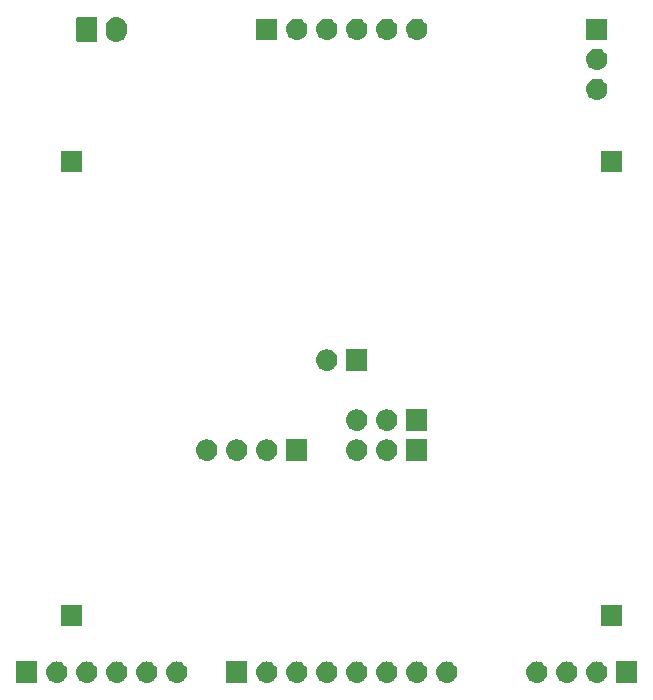
<source format=gbr>
G04 #@! TF.GenerationSoftware,KiCad,Pcbnew,(5.1.4-0-10_14)*
G04 #@! TF.CreationDate,2022-11-21T22:36:57+09:00*
G04 #@! TF.ProjectId,NX19,4e583139-2e6b-4696-9361-645f70636258,rev?*
G04 #@! TF.SameCoordinates,Original*
G04 #@! TF.FileFunction,Soldermask,Top*
G04 #@! TF.FilePolarity,Negative*
%FSLAX46Y46*%
G04 Gerber Fmt 4.6, Leading zero omitted, Abs format (unit mm)*
G04 Created by KiCad (PCBNEW (5.1.4-0-10_14)) date 2022-11-21 22:36:57*
%MOMM*%
%LPD*%
G04 APERTURE LIST*
%ADD10C,0.100000*%
G04 APERTURE END LIST*
D10*
G36*
X168795000Y-121361000D02*
G01*
X166993000Y-121361000D01*
X166993000Y-119559000D01*
X168795000Y-119559000D01*
X168795000Y-121361000D01*
X168795000Y-121361000D01*
G37*
G36*
X165464442Y-119565518D02*
G01*
X165530627Y-119572037D01*
X165700466Y-119623557D01*
X165856991Y-119707222D01*
X165892729Y-119736552D01*
X165994186Y-119819814D01*
X166077448Y-119921271D01*
X166106778Y-119957009D01*
X166190443Y-120113534D01*
X166241963Y-120283373D01*
X166259359Y-120460000D01*
X166241963Y-120636627D01*
X166190443Y-120806466D01*
X166106778Y-120962991D01*
X166077448Y-120998729D01*
X165994186Y-121100186D01*
X165892729Y-121183448D01*
X165856991Y-121212778D01*
X165700466Y-121296443D01*
X165530627Y-121347963D01*
X165464442Y-121354482D01*
X165398260Y-121361000D01*
X165309740Y-121361000D01*
X165243558Y-121354482D01*
X165177373Y-121347963D01*
X165007534Y-121296443D01*
X164851009Y-121212778D01*
X164815271Y-121183448D01*
X164713814Y-121100186D01*
X164630552Y-120998729D01*
X164601222Y-120962991D01*
X164517557Y-120806466D01*
X164466037Y-120636627D01*
X164448641Y-120460000D01*
X164466037Y-120283373D01*
X164517557Y-120113534D01*
X164601222Y-119957009D01*
X164630552Y-119921271D01*
X164713814Y-119819814D01*
X164815271Y-119736552D01*
X164851009Y-119707222D01*
X165007534Y-119623557D01*
X165177373Y-119572037D01*
X165243558Y-119565518D01*
X165309740Y-119559000D01*
X165398260Y-119559000D01*
X165464442Y-119565518D01*
X165464442Y-119565518D01*
G37*
G36*
X162924442Y-119565518D02*
G01*
X162990627Y-119572037D01*
X163160466Y-119623557D01*
X163316991Y-119707222D01*
X163352729Y-119736552D01*
X163454186Y-119819814D01*
X163537448Y-119921271D01*
X163566778Y-119957009D01*
X163650443Y-120113534D01*
X163701963Y-120283373D01*
X163719359Y-120460000D01*
X163701963Y-120636627D01*
X163650443Y-120806466D01*
X163566778Y-120962991D01*
X163537448Y-120998729D01*
X163454186Y-121100186D01*
X163352729Y-121183448D01*
X163316991Y-121212778D01*
X163160466Y-121296443D01*
X162990627Y-121347963D01*
X162924442Y-121354482D01*
X162858260Y-121361000D01*
X162769740Y-121361000D01*
X162703558Y-121354482D01*
X162637373Y-121347963D01*
X162467534Y-121296443D01*
X162311009Y-121212778D01*
X162275271Y-121183448D01*
X162173814Y-121100186D01*
X162090552Y-120998729D01*
X162061222Y-120962991D01*
X161977557Y-120806466D01*
X161926037Y-120636627D01*
X161908641Y-120460000D01*
X161926037Y-120283373D01*
X161977557Y-120113534D01*
X162061222Y-119957009D01*
X162090552Y-119921271D01*
X162173814Y-119819814D01*
X162275271Y-119736552D01*
X162311009Y-119707222D01*
X162467534Y-119623557D01*
X162637373Y-119572037D01*
X162703558Y-119565518D01*
X162769740Y-119559000D01*
X162858260Y-119559000D01*
X162924442Y-119565518D01*
X162924442Y-119565518D01*
G37*
G36*
X160384442Y-119565518D02*
G01*
X160450627Y-119572037D01*
X160620466Y-119623557D01*
X160776991Y-119707222D01*
X160812729Y-119736552D01*
X160914186Y-119819814D01*
X160997448Y-119921271D01*
X161026778Y-119957009D01*
X161110443Y-120113534D01*
X161161963Y-120283373D01*
X161179359Y-120460000D01*
X161161963Y-120636627D01*
X161110443Y-120806466D01*
X161026778Y-120962991D01*
X160997448Y-120998729D01*
X160914186Y-121100186D01*
X160812729Y-121183448D01*
X160776991Y-121212778D01*
X160620466Y-121296443D01*
X160450627Y-121347963D01*
X160384442Y-121354482D01*
X160318260Y-121361000D01*
X160229740Y-121361000D01*
X160163558Y-121354482D01*
X160097373Y-121347963D01*
X159927534Y-121296443D01*
X159771009Y-121212778D01*
X159735271Y-121183448D01*
X159633814Y-121100186D01*
X159550552Y-120998729D01*
X159521222Y-120962991D01*
X159437557Y-120806466D01*
X159386037Y-120636627D01*
X159368641Y-120460000D01*
X159386037Y-120283373D01*
X159437557Y-120113534D01*
X159521222Y-119957009D01*
X159550552Y-119921271D01*
X159633814Y-119819814D01*
X159735271Y-119736552D01*
X159771009Y-119707222D01*
X159927534Y-119623557D01*
X160097373Y-119572037D01*
X160163558Y-119565518D01*
X160229740Y-119559000D01*
X160318260Y-119559000D01*
X160384442Y-119565518D01*
X160384442Y-119565518D01*
G37*
G36*
X152764442Y-119565518D02*
G01*
X152830627Y-119572037D01*
X153000466Y-119623557D01*
X153156991Y-119707222D01*
X153192729Y-119736552D01*
X153294186Y-119819814D01*
X153377448Y-119921271D01*
X153406778Y-119957009D01*
X153490443Y-120113534D01*
X153541963Y-120283373D01*
X153559359Y-120460000D01*
X153541963Y-120636627D01*
X153490443Y-120806466D01*
X153406778Y-120962991D01*
X153377448Y-120998729D01*
X153294186Y-121100186D01*
X153192729Y-121183448D01*
X153156991Y-121212778D01*
X153000466Y-121296443D01*
X152830627Y-121347963D01*
X152764442Y-121354482D01*
X152698260Y-121361000D01*
X152609740Y-121361000D01*
X152543558Y-121354482D01*
X152477373Y-121347963D01*
X152307534Y-121296443D01*
X152151009Y-121212778D01*
X152115271Y-121183448D01*
X152013814Y-121100186D01*
X151930552Y-120998729D01*
X151901222Y-120962991D01*
X151817557Y-120806466D01*
X151766037Y-120636627D01*
X151748641Y-120460000D01*
X151766037Y-120283373D01*
X151817557Y-120113534D01*
X151901222Y-119957009D01*
X151930552Y-119921271D01*
X152013814Y-119819814D01*
X152115271Y-119736552D01*
X152151009Y-119707222D01*
X152307534Y-119623557D01*
X152477373Y-119572037D01*
X152543558Y-119565518D01*
X152609740Y-119559000D01*
X152698260Y-119559000D01*
X152764442Y-119565518D01*
X152764442Y-119565518D01*
G37*
G36*
X150224442Y-119565518D02*
G01*
X150290627Y-119572037D01*
X150460466Y-119623557D01*
X150616991Y-119707222D01*
X150652729Y-119736552D01*
X150754186Y-119819814D01*
X150837448Y-119921271D01*
X150866778Y-119957009D01*
X150950443Y-120113534D01*
X151001963Y-120283373D01*
X151019359Y-120460000D01*
X151001963Y-120636627D01*
X150950443Y-120806466D01*
X150866778Y-120962991D01*
X150837448Y-120998729D01*
X150754186Y-121100186D01*
X150652729Y-121183448D01*
X150616991Y-121212778D01*
X150460466Y-121296443D01*
X150290627Y-121347963D01*
X150224442Y-121354482D01*
X150158260Y-121361000D01*
X150069740Y-121361000D01*
X150003558Y-121354482D01*
X149937373Y-121347963D01*
X149767534Y-121296443D01*
X149611009Y-121212778D01*
X149575271Y-121183448D01*
X149473814Y-121100186D01*
X149390552Y-120998729D01*
X149361222Y-120962991D01*
X149277557Y-120806466D01*
X149226037Y-120636627D01*
X149208641Y-120460000D01*
X149226037Y-120283373D01*
X149277557Y-120113534D01*
X149361222Y-119957009D01*
X149390552Y-119921271D01*
X149473814Y-119819814D01*
X149575271Y-119736552D01*
X149611009Y-119707222D01*
X149767534Y-119623557D01*
X149937373Y-119572037D01*
X150003558Y-119565518D01*
X150069740Y-119559000D01*
X150158260Y-119559000D01*
X150224442Y-119565518D01*
X150224442Y-119565518D01*
G37*
G36*
X147684442Y-119565518D02*
G01*
X147750627Y-119572037D01*
X147920466Y-119623557D01*
X148076991Y-119707222D01*
X148112729Y-119736552D01*
X148214186Y-119819814D01*
X148297448Y-119921271D01*
X148326778Y-119957009D01*
X148410443Y-120113534D01*
X148461963Y-120283373D01*
X148479359Y-120460000D01*
X148461963Y-120636627D01*
X148410443Y-120806466D01*
X148326778Y-120962991D01*
X148297448Y-120998729D01*
X148214186Y-121100186D01*
X148112729Y-121183448D01*
X148076991Y-121212778D01*
X147920466Y-121296443D01*
X147750627Y-121347963D01*
X147684442Y-121354482D01*
X147618260Y-121361000D01*
X147529740Y-121361000D01*
X147463558Y-121354482D01*
X147397373Y-121347963D01*
X147227534Y-121296443D01*
X147071009Y-121212778D01*
X147035271Y-121183448D01*
X146933814Y-121100186D01*
X146850552Y-120998729D01*
X146821222Y-120962991D01*
X146737557Y-120806466D01*
X146686037Y-120636627D01*
X146668641Y-120460000D01*
X146686037Y-120283373D01*
X146737557Y-120113534D01*
X146821222Y-119957009D01*
X146850552Y-119921271D01*
X146933814Y-119819814D01*
X147035271Y-119736552D01*
X147071009Y-119707222D01*
X147227534Y-119623557D01*
X147397373Y-119572037D01*
X147463558Y-119565518D01*
X147529740Y-119559000D01*
X147618260Y-119559000D01*
X147684442Y-119565518D01*
X147684442Y-119565518D01*
G37*
G36*
X145144442Y-119565518D02*
G01*
X145210627Y-119572037D01*
X145380466Y-119623557D01*
X145536991Y-119707222D01*
X145572729Y-119736552D01*
X145674186Y-119819814D01*
X145757448Y-119921271D01*
X145786778Y-119957009D01*
X145870443Y-120113534D01*
X145921963Y-120283373D01*
X145939359Y-120460000D01*
X145921963Y-120636627D01*
X145870443Y-120806466D01*
X145786778Y-120962991D01*
X145757448Y-120998729D01*
X145674186Y-121100186D01*
X145572729Y-121183448D01*
X145536991Y-121212778D01*
X145380466Y-121296443D01*
X145210627Y-121347963D01*
X145144442Y-121354482D01*
X145078260Y-121361000D01*
X144989740Y-121361000D01*
X144923558Y-121354482D01*
X144857373Y-121347963D01*
X144687534Y-121296443D01*
X144531009Y-121212778D01*
X144495271Y-121183448D01*
X144393814Y-121100186D01*
X144310552Y-120998729D01*
X144281222Y-120962991D01*
X144197557Y-120806466D01*
X144146037Y-120636627D01*
X144128641Y-120460000D01*
X144146037Y-120283373D01*
X144197557Y-120113534D01*
X144281222Y-119957009D01*
X144310552Y-119921271D01*
X144393814Y-119819814D01*
X144495271Y-119736552D01*
X144531009Y-119707222D01*
X144687534Y-119623557D01*
X144857373Y-119572037D01*
X144923558Y-119565518D01*
X144989740Y-119559000D01*
X145078260Y-119559000D01*
X145144442Y-119565518D01*
X145144442Y-119565518D01*
G37*
G36*
X142604442Y-119565518D02*
G01*
X142670627Y-119572037D01*
X142840466Y-119623557D01*
X142996991Y-119707222D01*
X143032729Y-119736552D01*
X143134186Y-119819814D01*
X143217448Y-119921271D01*
X143246778Y-119957009D01*
X143330443Y-120113534D01*
X143381963Y-120283373D01*
X143399359Y-120460000D01*
X143381963Y-120636627D01*
X143330443Y-120806466D01*
X143246778Y-120962991D01*
X143217448Y-120998729D01*
X143134186Y-121100186D01*
X143032729Y-121183448D01*
X142996991Y-121212778D01*
X142840466Y-121296443D01*
X142670627Y-121347963D01*
X142604442Y-121354482D01*
X142538260Y-121361000D01*
X142449740Y-121361000D01*
X142383558Y-121354482D01*
X142317373Y-121347963D01*
X142147534Y-121296443D01*
X141991009Y-121212778D01*
X141955271Y-121183448D01*
X141853814Y-121100186D01*
X141770552Y-120998729D01*
X141741222Y-120962991D01*
X141657557Y-120806466D01*
X141606037Y-120636627D01*
X141588641Y-120460000D01*
X141606037Y-120283373D01*
X141657557Y-120113534D01*
X141741222Y-119957009D01*
X141770552Y-119921271D01*
X141853814Y-119819814D01*
X141955271Y-119736552D01*
X141991009Y-119707222D01*
X142147534Y-119623557D01*
X142317373Y-119572037D01*
X142383558Y-119565518D01*
X142449740Y-119559000D01*
X142538260Y-119559000D01*
X142604442Y-119565518D01*
X142604442Y-119565518D01*
G37*
G36*
X140064442Y-119565518D02*
G01*
X140130627Y-119572037D01*
X140300466Y-119623557D01*
X140456991Y-119707222D01*
X140492729Y-119736552D01*
X140594186Y-119819814D01*
X140677448Y-119921271D01*
X140706778Y-119957009D01*
X140790443Y-120113534D01*
X140841963Y-120283373D01*
X140859359Y-120460000D01*
X140841963Y-120636627D01*
X140790443Y-120806466D01*
X140706778Y-120962991D01*
X140677448Y-120998729D01*
X140594186Y-121100186D01*
X140492729Y-121183448D01*
X140456991Y-121212778D01*
X140300466Y-121296443D01*
X140130627Y-121347963D01*
X140064442Y-121354482D01*
X139998260Y-121361000D01*
X139909740Y-121361000D01*
X139843558Y-121354482D01*
X139777373Y-121347963D01*
X139607534Y-121296443D01*
X139451009Y-121212778D01*
X139415271Y-121183448D01*
X139313814Y-121100186D01*
X139230552Y-120998729D01*
X139201222Y-120962991D01*
X139117557Y-120806466D01*
X139066037Y-120636627D01*
X139048641Y-120460000D01*
X139066037Y-120283373D01*
X139117557Y-120113534D01*
X139201222Y-119957009D01*
X139230552Y-119921271D01*
X139313814Y-119819814D01*
X139415271Y-119736552D01*
X139451009Y-119707222D01*
X139607534Y-119623557D01*
X139777373Y-119572037D01*
X139843558Y-119565518D01*
X139909740Y-119559000D01*
X139998260Y-119559000D01*
X140064442Y-119565518D01*
X140064442Y-119565518D01*
G37*
G36*
X137524442Y-119565518D02*
G01*
X137590627Y-119572037D01*
X137760466Y-119623557D01*
X137916991Y-119707222D01*
X137952729Y-119736552D01*
X138054186Y-119819814D01*
X138137448Y-119921271D01*
X138166778Y-119957009D01*
X138250443Y-120113534D01*
X138301963Y-120283373D01*
X138319359Y-120460000D01*
X138301963Y-120636627D01*
X138250443Y-120806466D01*
X138166778Y-120962991D01*
X138137448Y-120998729D01*
X138054186Y-121100186D01*
X137952729Y-121183448D01*
X137916991Y-121212778D01*
X137760466Y-121296443D01*
X137590627Y-121347963D01*
X137524442Y-121354482D01*
X137458260Y-121361000D01*
X137369740Y-121361000D01*
X137303558Y-121354482D01*
X137237373Y-121347963D01*
X137067534Y-121296443D01*
X136911009Y-121212778D01*
X136875271Y-121183448D01*
X136773814Y-121100186D01*
X136690552Y-120998729D01*
X136661222Y-120962991D01*
X136577557Y-120806466D01*
X136526037Y-120636627D01*
X136508641Y-120460000D01*
X136526037Y-120283373D01*
X136577557Y-120113534D01*
X136661222Y-119957009D01*
X136690552Y-119921271D01*
X136773814Y-119819814D01*
X136875271Y-119736552D01*
X136911009Y-119707222D01*
X137067534Y-119623557D01*
X137237373Y-119572037D01*
X137303558Y-119565518D01*
X137369740Y-119559000D01*
X137458260Y-119559000D01*
X137524442Y-119565518D01*
X137524442Y-119565518D01*
G37*
G36*
X135775000Y-121361000D02*
G01*
X133973000Y-121361000D01*
X133973000Y-119559000D01*
X135775000Y-119559000D01*
X135775000Y-121361000D01*
X135775000Y-121361000D01*
G37*
G36*
X129904442Y-119565518D02*
G01*
X129970627Y-119572037D01*
X130140466Y-119623557D01*
X130296991Y-119707222D01*
X130332729Y-119736552D01*
X130434186Y-119819814D01*
X130517448Y-119921271D01*
X130546778Y-119957009D01*
X130630443Y-120113534D01*
X130681963Y-120283373D01*
X130699359Y-120460000D01*
X130681963Y-120636627D01*
X130630443Y-120806466D01*
X130546778Y-120962991D01*
X130517448Y-120998729D01*
X130434186Y-121100186D01*
X130332729Y-121183448D01*
X130296991Y-121212778D01*
X130140466Y-121296443D01*
X129970627Y-121347963D01*
X129904442Y-121354482D01*
X129838260Y-121361000D01*
X129749740Y-121361000D01*
X129683558Y-121354482D01*
X129617373Y-121347963D01*
X129447534Y-121296443D01*
X129291009Y-121212778D01*
X129255271Y-121183448D01*
X129153814Y-121100186D01*
X129070552Y-120998729D01*
X129041222Y-120962991D01*
X128957557Y-120806466D01*
X128906037Y-120636627D01*
X128888641Y-120460000D01*
X128906037Y-120283373D01*
X128957557Y-120113534D01*
X129041222Y-119957009D01*
X129070552Y-119921271D01*
X129153814Y-119819814D01*
X129255271Y-119736552D01*
X129291009Y-119707222D01*
X129447534Y-119623557D01*
X129617373Y-119572037D01*
X129683558Y-119565518D01*
X129749740Y-119559000D01*
X129838260Y-119559000D01*
X129904442Y-119565518D01*
X129904442Y-119565518D01*
G37*
G36*
X127364442Y-119565518D02*
G01*
X127430627Y-119572037D01*
X127600466Y-119623557D01*
X127756991Y-119707222D01*
X127792729Y-119736552D01*
X127894186Y-119819814D01*
X127977448Y-119921271D01*
X128006778Y-119957009D01*
X128090443Y-120113534D01*
X128141963Y-120283373D01*
X128159359Y-120460000D01*
X128141963Y-120636627D01*
X128090443Y-120806466D01*
X128006778Y-120962991D01*
X127977448Y-120998729D01*
X127894186Y-121100186D01*
X127792729Y-121183448D01*
X127756991Y-121212778D01*
X127600466Y-121296443D01*
X127430627Y-121347963D01*
X127364442Y-121354482D01*
X127298260Y-121361000D01*
X127209740Y-121361000D01*
X127143558Y-121354482D01*
X127077373Y-121347963D01*
X126907534Y-121296443D01*
X126751009Y-121212778D01*
X126715271Y-121183448D01*
X126613814Y-121100186D01*
X126530552Y-120998729D01*
X126501222Y-120962991D01*
X126417557Y-120806466D01*
X126366037Y-120636627D01*
X126348641Y-120460000D01*
X126366037Y-120283373D01*
X126417557Y-120113534D01*
X126501222Y-119957009D01*
X126530552Y-119921271D01*
X126613814Y-119819814D01*
X126715271Y-119736552D01*
X126751009Y-119707222D01*
X126907534Y-119623557D01*
X127077373Y-119572037D01*
X127143558Y-119565518D01*
X127209740Y-119559000D01*
X127298260Y-119559000D01*
X127364442Y-119565518D01*
X127364442Y-119565518D01*
G37*
G36*
X124824442Y-119565518D02*
G01*
X124890627Y-119572037D01*
X125060466Y-119623557D01*
X125216991Y-119707222D01*
X125252729Y-119736552D01*
X125354186Y-119819814D01*
X125437448Y-119921271D01*
X125466778Y-119957009D01*
X125550443Y-120113534D01*
X125601963Y-120283373D01*
X125619359Y-120460000D01*
X125601963Y-120636627D01*
X125550443Y-120806466D01*
X125466778Y-120962991D01*
X125437448Y-120998729D01*
X125354186Y-121100186D01*
X125252729Y-121183448D01*
X125216991Y-121212778D01*
X125060466Y-121296443D01*
X124890627Y-121347963D01*
X124824442Y-121354482D01*
X124758260Y-121361000D01*
X124669740Y-121361000D01*
X124603558Y-121354482D01*
X124537373Y-121347963D01*
X124367534Y-121296443D01*
X124211009Y-121212778D01*
X124175271Y-121183448D01*
X124073814Y-121100186D01*
X123990552Y-120998729D01*
X123961222Y-120962991D01*
X123877557Y-120806466D01*
X123826037Y-120636627D01*
X123808641Y-120460000D01*
X123826037Y-120283373D01*
X123877557Y-120113534D01*
X123961222Y-119957009D01*
X123990552Y-119921271D01*
X124073814Y-119819814D01*
X124175271Y-119736552D01*
X124211009Y-119707222D01*
X124367534Y-119623557D01*
X124537373Y-119572037D01*
X124603558Y-119565518D01*
X124669740Y-119559000D01*
X124758260Y-119559000D01*
X124824442Y-119565518D01*
X124824442Y-119565518D01*
G37*
G36*
X122284442Y-119565518D02*
G01*
X122350627Y-119572037D01*
X122520466Y-119623557D01*
X122676991Y-119707222D01*
X122712729Y-119736552D01*
X122814186Y-119819814D01*
X122897448Y-119921271D01*
X122926778Y-119957009D01*
X123010443Y-120113534D01*
X123061963Y-120283373D01*
X123079359Y-120460000D01*
X123061963Y-120636627D01*
X123010443Y-120806466D01*
X122926778Y-120962991D01*
X122897448Y-120998729D01*
X122814186Y-121100186D01*
X122712729Y-121183448D01*
X122676991Y-121212778D01*
X122520466Y-121296443D01*
X122350627Y-121347963D01*
X122284442Y-121354482D01*
X122218260Y-121361000D01*
X122129740Y-121361000D01*
X122063558Y-121354482D01*
X121997373Y-121347963D01*
X121827534Y-121296443D01*
X121671009Y-121212778D01*
X121635271Y-121183448D01*
X121533814Y-121100186D01*
X121450552Y-120998729D01*
X121421222Y-120962991D01*
X121337557Y-120806466D01*
X121286037Y-120636627D01*
X121268641Y-120460000D01*
X121286037Y-120283373D01*
X121337557Y-120113534D01*
X121421222Y-119957009D01*
X121450552Y-119921271D01*
X121533814Y-119819814D01*
X121635271Y-119736552D01*
X121671009Y-119707222D01*
X121827534Y-119623557D01*
X121997373Y-119572037D01*
X122063558Y-119565518D01*
X122129740Y-119559000D01*
X122218260Y-119559000D01*
X122284442Y-119565518D01*
X122284442Y-119565518D01*
G37*
G36*
X119744442Y-119565518D02*
G01*
X119810627Y-119572037D01*
X119980466Y-119623557D01*
X120136991Y-119707222D01*
X120172729Y-119736552D01*
X120274186Y-119819814D01*
X120357448Y-119921271D01*
X120386778Y-119957009D01*
X120470443Y-120113534D01*
X120521963Y-120283373D01*
X120539359Y-120460000D01*
X120521963Y-120636627D01*
X120470443Y-120806466D01*
X120386778Y-120962991D01*
X120357448Y-120998729D01*
X120274186Y-121100186D01*
X120172729Y-121183448D01*
X120136991Y-121212778D01*
X119980466Y-121296443D01*
X119810627Y-121347963D01*
X119744442Y-121354482D01*
X119678260Y-121361000D01*
X119589740Y-121361000D01*
X119523558Y-121354482D01*
X119457373Y-121347963D01*
X119287534Y-121296443D01*
X119131009Y-121212778D01*
X119095271Y-121183448D01*
X118993814Y-121100186D01*
X118910552Y-120998729D01*
X118881222Y-120962991D01*
X118797557Y-120806466D01*
X118746037Y-120636627D01*
X118728641Y-120460000D01*
X118746037Y-120283373D01*
X118797557Y-120113534D01*
X118881222Y-119957009D01*
X118910552Y-119921271D01*
X118993814Y-119819814D01*
X119095271Y-119736552D01*
X119131009Y-119707222D01*
X119287534Y-119623557D01*
X119457373Y-119572037D01*
X119523558Y-119565518D01*
X119589740Y-119559000D01*
X119678260Y-119559000D01*
X119744442Y-119565518D01*
X119744442Y-119565518D01*
G37*
G36*
X117995000Y-121361000D02*
G01*
X116193000Y-121361000D01*
X116193000Y-119559000D01*
X117995000Y-119559000D01*
X117995000Y-121361000D01*
X117995000Y-121361000D01*
G37*
G36*
X121805000Y-116561000D02*
G01*
X120003000Y-116561000D01*
X120003000Y-114759000D01*
X121805000Y-114759000D01*
X121805000Y-116561000D01*
X121805000Y-116561000D01*
G37*
G36*
X167525000Y-116561000D02*
G01*
X165723000Y-116561000D01*
X165723000Y-114759000D01*
X167525000Y-114759000D01*
X167525000Y-116561000D01*
X167525000Y-116561000D01*
G37*
G36*
X132444443Y-100765519D02*
G01*
X132510627Y-100772037D01*
X132680466Y-100823557D01*
X132836991Y-100907222D01*
X132872729Y-100936552D01*
X132974186Y-101019814D01*
X133057448Y-101121271D01*
X133086778Y-101157009D01*
X133170443Y-101313534D01*
X133221963Y-101483373D01*
X133239359Y-101660000D01*
X133221963Y-101836627D01*
X133170443Y-102006466D01*
X133086778Y-102162991D01*
X133057448Y-102198729D01*
X132974186Y-102300186D01*
X132872729Y-102383448D01*
X132836991Y-102412778D01*
X132680466Y-102496443D01*
X132510627Y-102547963D01*
X132444443Y-102554481D01*
X132378260Y-102561000D01*
X132289740Y-102561000D01*
X132223558Y-102554482D01*
X132157373Y-102547963D01*
X131987534Y-102496443D01*
X131831009Y-102412778D01*
X131795271Y-102383448D01*
X131693814Y-102300186D01*
X131610552Y-102198729D01*
X131581222Y-102162991D01*
X131497557Y-102006466D01*
X131446037Y-101836627D01*
X131428641Y-101660000D01*
X131446037Y-101483373D01*
X131497557Y-101313534D01*
X131581222Y-101157009D01*
X131610552Y-101121271D01*
X131693814Y-101019814D01*
X131795271Y-100936552D01*
X131831009Y-100907222D01*
X131987534Y-100823557D01*
X132157373Y-100772037D01*
X132223557Y-100765519D01*
X132289740Y-100759000D01*
X132378260Y-100759000D01*
X132444443Y-100765519D01*
X132444443Y-100765519D01*
G37*
G36*
X134984443Y-100765519D02*
G01*
X135050627Y-100772037D01*
X135220466Y-100823557D01*
X135376991Y-100907222D01*
X135412729Y-100936552D01*
X135514186Y-101019814D01*
X135597448Y-101121271D01*
X135626778Y-101157009D01*
X135710443Y-101313534D01*
X135761963Y-101483373D01*
X135779359Y-101660000D01*
X135761963Y-101836627D01*
X135710443Y-102006466D01*
X135626778Y-102162991D01*
X135597448Y-102198729D01*
X135514186Y-102300186D01*
X135412729Y-102383448D01*
X135376991Y-102412778D01*
X135220466Y-102496443D01*
X135050627Y-102547963D01*
X134984443Y-102554481D01*
X134918260Y-102561000D01*
X134829740Y-102561000D01*
X134763558Y-102554482D01*
X134697373Y-102547963D01*
X134527534Y-102496443D01*
X134371009Y-102412778D01*
X134335271Y-102383448D01*
X134233814Y-102300186D01*
X134150552Y-102198729D01*
X134121222Y-102162991D01*
X134037557Y-102006466D01*
X133986037Y-101836627D01*
X133968641Y-101660000D01*
X133986037Y-101483373D01*
X134037557Y-101313534D01*
X134121222Y-101157009D01*
X134150552Y-101121271D01*
X134233814Y-101019814D01*
X134335271Y-100936552D01*
X134371009Y-100907222D01*
X134527534Y-100823557D01*
X134697373Y-100772037D01*
X134763557Y-100765519D01*
X134829740Y-100759000D01*
X134918260Y-100759000D01*
X134984443Y-100765519D01*
X134984443Y-100765519D01*
G37*
G36*
X137524443Y-100765519D02*
G01*
X137590627Y-100772037D01*
X137760466Y-100823557D01*
X137916991Y-100907222D01*
X137952729Y-100936552D01*
X138054186Y-101019814D01*
X138137448Y-101121271D01*
X138166778Y-101157009D01*
X138250443Y-101313534D01*
X138301963Y-101483373D01*
X138319359Y-101660000D01*
X138301963Y-101836627D01*
X138250443Y-102006466D01*
X138166778Y-102162991D01*
X138137448Y-102198729D01*
X138054186Y-102300186D01*
X137952729Y-102383448D01*
X137916991Y-102412778D01*
X137760466Y-102496443D01*
X137590627Y-102547963D01*
X137524443Y-102554481D01*
X137458260Y-102561000D01*
X137369740Y-102561000D01*
X137303558Y-102554482D01*
X137237373Y-102547963D01*
X137067534Y-102496443D01*
X136911009Y-102412778D01*
X136875271Y-102383448D01*
X136773814Y-102300186D01*
X136690552Y-102198729D01*
X136661222Y-102162991D01*
X136577557Y-102006466D01*
X136526037Y-101836627D01*
X136508641Y-101660000D01*
X136526037Y-101483373D01*
X136577557Y-101313534D01*
X136661222Y-101157009D01*
X136690552Y-101121271D01*
X136773814Y-101019814D01*
X136875271Y-100936552D01*
X136911009Y-100907222D01*
X137067534Y-100823557D01*
X137237373Y-100772037D01*
X137303557Y-100765519D01*
X137369740Y-100759000D01*
X137458260Y-100759000D01*
X137524443Y-100765519D01*
X137524443Y-100765519D01*
G37*
G36*
X140855000Y-102561000D02*
G01*
X139053000Y-102561000D01*
X139053000Y-100759000D01*
X140855000Y-100759000D01*
X140855000Y-102561000D01*
X140855000Y-102561000D01*
G37*
G36*
X145144443Y-100765519D02*
G01*
X145210627Y-100772037D01*
X145380466Y-100823557D01*
X145536991Y-100907222D01*
X145572729Y-100936552D01*
X145674186Y-101019814D01*
X145757448Y-101121271D01*
X145786778Y-101157009D01*
X145870443Y-101313534D01*
X145921963Y-101483373D01*
X145939359Y-101660000D01*
X145921963Y-101836627D01*
X145870443Y-102006466D01*
X145786778Y-102162991D01*
X145757448Y-102198729D01*
X145674186Y-102300186D01*
X145572729Y-102383448D01*
X145536991Y-102412778D01*
X145380466Y-102496443D01*
X145210627Y-102547963D01*
X145144443Y-102554481D01*
X145078260Y-102561000D01*
X144989740Y-102561000D01*
X144923558Y-102554482D01*
X144857373Y-102547963D01*
X144687534Y-102496443D01*
X144531009Y-102412778D01*
X144495271Y-102383448D01*
X144393814Y-102300186D01*
X144310552Y-102198729D01*
X144281222Y-102162991D01*
X144197557Y-102006466D01*
X144146037Y-101836627D01*
X144128641Y-101660000D01*
X144146037Y-101483373D01*
X144197557Y-101313534D01*
X144281222Y-101157009D01*
X144310552Y-101121271D01*
X144393814Y-101019814D01*
X144495271Y-100936552D01*
X144531009Y-100907222D01*
X144687534Y-100823557D01*
X144857373Y-100772037D01*
X144923557Y-100765519D01*
X144989740Y-100759000D01*
X145078260Y-100759000D01*
X145144443Y-100765519D01*
X145144443Y-100765519D01*
G37*
G36*
X147684443Y-100765519D02*
G01*
X147750627Y-100772037D01*
X147920466Y-100823557D01*
X148076991Y-100907222D01*
X148112729Y-100936552D01*
X148214186Y-101019814D01*
X148297448Y-101121271D01*
X148326778Y-101157009D01*
X148410443Y-101313534D01*
X148461963Y-101483373D01*
X148479359Y-101660000D01*
X148461963Y-101836627D01*
X148410443Y-102006466D01*
X148326778Y-102162991D01*
X148297448Y-102198729D01*
X148214186Y-102300186D01*
X148112729Y-102383448D01*
X148076991Y-102412778D01*
X147920466Y-102496443D01*
X147750627Y-102547963D01*
X147684443Y-102554481D01*
X147618260Y-102561000D01*
X147529740Y-102561000D01*
X147463558Y-102554482D01*
X147397373Y-102547963D01*
X147227534Y-102496443D01*
X147071009Y-102412778D01*
X147035271Y-102383448D01*
X146933814Y-102300186D01*
X146850552Y-102198729D01*
X146821222Y-102162991D01*
X146737557Y-102006466D01*
X146686037Y-101836627D01*
X146668641Y-101660000D01*
X146686037Y-101483373D01*
X146737557Y-101313534D01*
X146821222Y-101157009D01*
X146850552Y-101121271D01*
X146933814Y-101019814D01*
X147035271Y-100936552D01*
X147071009Y-100907222D01*
X147227534Y-100823557D01*
X147397373Y-100772037D01*
X147463557Y-100765519D01*
X147529740Y-100759000D01*
X147618260Y-100759000D01*
X147684443Y-100765519D01*
X147684443Y-100765519D01*
G37*
G36*
X151015000Y-102561000D02*
G01*
X149213000Y-102561000D01*
X149213000Y-100759000D01*
X151015000Y-100759000D01*
X151015000Y-102561000D01*
X151015000Y-102561000D01*
G37*
G36*
X145144442Y-98225518D02*
G01*
X145210627Y-98232037D01*
X145380466Y-98283557D01*
X145536991Y-98367222D01*
X145572729Y-98396552D01*
X145674186Y-98479814D01*
X145757448Y-98581271D01*
X145786778Y-98617009D01*
X145870443Y-98773534D01*
X145921963Y-98943373D01*
X145939359Y-99120000D01*
X145921963Y-99296627D01*
X145870443Y-99466466D01*
X145786778Y-99622991D01*
X145757448Y-99658729D01*
X145674186Y-99760186D01*
X145572729Y-99843448D01*
X145536991Y-99872778D01*
X145380466Y-99956443D01*
X145210627Y-100007963D01*
X145144443Y-100014481D01*
X145078260Y-100021000D01*
X144989740Y-100021000D01*
X144923557Y-100014481D01*
X144857373Y-100007963D01*
X144687534Y-99956443D01*
X144531009Y-99872778D01*
X144495271Y-99843448D01*
X144393814Y-99760186D01*
X144310552Y-99658729D01*
X144281222Y-99622991D01*
X144197557Y-99466466D01*
X144146037Y-99296627D01*
X144128641Y-99120000D01*
X144146037Y-98943373D01*
X144197557Y-98773534D01*
X144281222Y-98617009D01*
X144310552Y-98581271D01*
X144393814Y-98479814D01*
X144495271Y-98396552D01*
X144531009Y-98367222D01*
X144687534Y-98283557D01*
X144857373Y-98232037D01*
X144923558Y-98225518D01*
X144989740Y-98219000D01*
X145078260Y-98219000D01*
X145144442Y-98225518D01*
X145144442Y-98225518D01*
G37*
G36*
X147684442Y-98225518D02*
G01*
X147750627Y-98232037D01*
X147920466Y-98283557D01*
X148076991Y-98367222D01*
X148112729Y-98396552D01*
X148214186Y-98479814D01*
X148297448Y-98581271D01*
X148326778Y-98617009D01*
X148410443Y-98773534D01*
X148461963Y-98943373D01*
X148479359Y-99120000D01*
X148461963Y-99296627D01*
X148410443Y-99466466D01*
X148326778Y-99622991D01*
X148297448Y-99658729D01*
X148214186Y-99760186D01*
X148112729Y-99843448D01*
X148076991Y-99872778D01*
X147920466Y-99956443D01*
X147750627Y-100007963D01*
X147684443Y-100014481D01*
X147618260Y-100021000D01*
X147529740Y-100021000D01*
X147463557Y-100014481D01*
X147397373Y-100007963D01*
X147227534Y-99956443D01*
X147071009Y-99872778D01*
X147035271Y-99843448D01*
X146933814Y-99760186D01*
X146850552Y-99658729D01*
X146821222Y-99622991D01*
X146737557Y-99466466D01*
X146686037Y-99296627D01*
X146668641Y-99120000D01*
X146686037Y-98943373D01*
X146737557Y-98773534D01*
X146821222Y-98617009D01*
X146850552Y-98581271D01*
X146933814Y-98479814D01*
X147035271Y-98396552D01*
X147071009Y-98367222D01*
X147227534Y-98283557D01*
X147397373Y-98232037D01*
X147463558Y-98225518D01*
X147529740Y-98219000D01*
X147618260Y-98219000D01*
X147684442Y-98225518D01*
X147684442Y-98225518D01*
G37*
G36*
X151015000Y-100021000D02*
G01*
X149213000Y-100021000D01*
X149213000Y-98219000D01*
X151015000Y-98219000D01*
X151015000Y-100021000D01*
X151015000Y-100021000D01*
G37*
G36*
X142604443Y-93145519D02*
G01*
X142670627Y-93152037D01*
X142840466Y-93203557D01*
X142996991Y-93287222D01*
X143032729Y-93316552D01*
X143134186Y-93399814D01*
X143217448Y-93501271D01*
X143246778Y-93537009D01*
X143330443Y-93693534D01*
X143381963Y-93863373D01*
X143399359Y-94040000D01*
X143381963Y-94216627D01*
X143330443Y-94386466D01*
X143246778Y-94542991D01*
X143217448Y-94578729D01*
X143134186Y-94680186D01*
X143032729Y-94763448D01*
X142996991Y-94792778D01*
X142840466Y-94876443D01*
X142670627Y-94927963D01*
X142604442Y-94934482D01*
X142538260Y-94941000D01*
X142449740Y-94941000D01*
X142383558Y-94934482D01*
X142317373Y-94927963D01*
X142147534Y-94876443D01*
X141991009Y-94792778D01*
X141955271Y-94763448D01*
X141853814Y-94680186D01*
X141770552Y-94578729D01*
X141741222Y-94542991D01*
X141657557Y-94386466D01*
X141606037Y-94216627D01*
X141588641Y-94040000D01*
X141606037Y-93863373D01*
X141657557Y-93693534D01*
X141741222Y-93537009D01*
X141770552Y-93501271D01*
X141853814Y-93399814D01*
X141955271Y-93316552D01*
X141991009Y-93287222D01*
X142147534Y-93203557D01*
X142317373Y-93152037D01*
X142383557Y-93145519D01*
X142449740Y-93139000D01*
X142538260Y-93139000D01*
X142604443Y-93145519D01*
X142604443Y-93145519D01*
G37*
G36*
X145935000Y-94941000D02*
G01*
X144133000Y-94941000D01*
X144133000Y-93139000D01*
X145935000Y-93139000D01*
X145935000Y-94941000D01*
X145935000Y-94941000D01*
G37*
G36*
X121805000Y-78161000D02*
G01*
X120003000Y-78161000D01*
X120003000Y-76359000D01*
X121805000Y-76359000D01*
X121805000Y-78161000D01*
X121805000Y-78161000D01*
G37*
G36*
X167525000Y-78161000D02*
G01*
X165723000Y-78161000D01*
X165723000Y-76359000D01*
X167525000Y-76359000D01*
X167525000Y-78161000D01*
X167525000Y-78161000D01*
G37*
G36*
X165464442Y-70225518D02*
G01*
X165530627Y-70232037D01*
X165700466Y-70283557D01*
X165856991Y-70367222D01*
X165892729Y-70396552D01*
X165994186Y-70479814D01*
X166077448Y-70581271D01*
X166106778Y-70617009D01*
X166190443Y-70773534D01*
X166241963Y-70943373D01*
X166259359Y-71120000D01*
X166241963Y-71296627D01*
X166190443Y-71466466D01*
X166106778Y-71622991D01*
X166077448Y-71658729D01*
X165994186Y-71760186D01*
X165892729Y-71843448D01*
X165856991Y-71872778D01*
X165700466Y-71956443D01*
X165530627Y-72007963D01*
X165464443Y-72014481D01*
X165398260Y-72021000D01*
X165309740Y-72021000D01*
X165243557Y-72014481D01*
X165177373Y-72007963D01*
X165007534Y-71956443D01*
X164851009Y-71872778D01*
X164815271Y-71843448D01*
X164713814Y-71760186D01*
X164630552Y-71658729D01*
X164601222Y-71622991D01*
X164517557Y-71466466D01*
X164466037Y-71296627D01*
X164448641Y-71120000D01*
X164466037Y-70943373D01*
X164517557Y-70773534D01*
X164601222Y-70617009D01*
X164630552Y-70581271D01*
X164713814Y-70479814D01*
X164815271Y-70396552D01*
X164851009Y-70367222D01*
X165007534Y-70283557D01*
X165177373Y-70232037D01*
X165243558Y-70225518D01*
X165309740Y-70219000D01*
X165398260Y-70219000D01*
X165464442Y-70225518D01*
X165464442Y-70225518D01*
G37*
G36*
X165464443Y-67685519D02*
G01*
X165530627Y-67692037D01*
X165700466Y-67743557D01*
X165856991Y-67827222D01*
X165892729Y-67856552D01*
X165994186Y-67939814D01*
X166077448Y-68041271D01*
X166106778Y-68077009D01*
X166190443Y-68233534D01*
X166241963Y-68403373D01*
X166259359Y-68580000D01*
X166241963Y-68756627D01*
X166190443Y-68926466D01*
X166106778Y-69082991D01*
X166077448Y-69118729D01*
X165994186Y-69220186D01*
X165892729Y-69303448D01*
X165856991Y-69332778D01*
X165700466Y-69416443D01*
X165530627Y-69467963D01*
X165464442Y-69474482D01*
X165398260Y-69481000D01*
X165309740Y-69481000D01*
X165243558Y-69474482D01*
X165177373Y-69467963D01*
X165007534Y-69416443D01*
X164851009Y-69332778D01*
X164815271Y-69303448D01*
X164713814Y-69220186D01*
X164630552Y-69118729D01*
X164601222Y-69082991D01*
X164517557Y-68926466D01*
X164466037Y-68756627D01*
X164448641Y-68580000D01*
X164466037Y-68403373D01*
X164517557Y-68233534D01*
X164601222Y-68077009D01*
X164630552Y-68041271D01*
X164713814Y-67939814D01*
X164815271Y-67856552D01*
X164851009Y-67827222D01*
X165007534Y-67743557D01*
X165177373Y-67692037D01*
X165243557Y-67685519D01*
X165309740Y-67679000D01*
X165398260Y-67679000D01*
X165464443Y-67685519D01*
X165464443Y-67685519D01*
G37*
G36*
X124850626Y-65002037D02*
G01*
X125020465Y-65053557D01*
X125020467Y-65053558D01*
X125176989Y-65137221D01*
X125314186Y-65249814D01*
X125397448Y-65351271D01*
X125426778Y-65387009D01*
X125510443Y-65543534D01*
X125561963Y-65713373D01*
X125575000Y-65845742D01*
X125575000Y-66234257D01*
X125561963Y-66366626D01*
X125510443Y-66536466D01*
X125426778Y-66692991D01*
X125397448Y-66728729D01*
X125314186Y-66830186D01*
X125219250Y-66908097D01*
X125176991Y-66942778D01*
X125020466Y-67026443D01*
X124850627Y-67077963D01*
X124674000Y-67095359D01*
X124497374Y-67077963D01*
X124327535Y-67026443D01*
X124171010Y-66942778D01*
X124033815Y-66830185D01*
X123921222Y-66692991D01*
X123837557Y-66536466D01*
X123786037Y-66366627D01*
X123773000Y-66234258D01*
X123773000Y-65845743D01*
X123786037Y-65713374D01*
X123837557Y-65543535D01*
X123841045Y-65537009D01*
X123921221Y-65387011D01*
X124033814Y-65249814D01*
X124135271Y-65166552D01*
X124171009Y-65137222D01*
X124327534Y-65053557D01*
X124497373Y-65002037D01*
X124674000Y-64984641D01*
X124850626Y-65002037D01*
X124850626Y-65002037D01*
G37*
G36*
X122932600Y-64992989D02*
G01*
X122965652Y-65003015D01*
X122996103Y-65019292D01*
X123022799Y-65041201D01*
X123044708Y-65067897D01*
X123060985Y-65098348D01*
X123071011Y-65131400D01*
X123075000Y-65171903D01*
X123075000Y-66908097D01*
X123071011Y-66948600D01*
X123060985Y-66981652D01*
X123044708Y-67012103D01*
X123022799Y-67038799D01*
X122996103Y-67060708D01*
X122965652Y-67076985D01*
X122932600Y-67087011D01*
X122892097Y-67091000D01*
X121455903Y-67091000D01*
X121415400Y-67087011D01*
X121382348Y-67076985D01*
X121351897Y-67060708D01*
X121325201Y-67038799D01*
X121303292Y-67012103D01*
X121287015Y-66981652D01*
X121276989Y-66948600D01*
X121273000Y-66908097D01*
X121273000Y-65171903D01*
X121276989Y-65131400D01*
X121287015Y-65098348D01*
X121303292Y-65067897D01*
X121325201Y-65041201D01*
X121351897Y-65019292D01*
X121382348Y-65003015D01*
X121415400Y-64992989D01*
X121455903Y-64989000D01*
X122892097Y-64989000D01*
X122932600Y-64992989D01*
X122932600Y-64992989D01*
G37*
G36*
X147684442Y-65145518D02*
G01*
X147750627Y-65152037D01*
X147920466Y-65203557D01*
X148076991Y-65287222D01*
X148112729Y-65316552D01*
X148214186Y-65399814D01*
X148297448Y-65501271D01*
X148326778Y-65537009D01*
X148410443Y-65693534D01*
X148461963Y-65863373D01*
X148479359Y-66040000D01*
X148461963Y-66216627D01*
X148410443Y-66386466D01*
X148326778Y-66542991D01*
X148297448Y-66578729D01*
X148214186Y-66680186D01*
X148112729Y-66763448D01*
X148076991Y-66792778D01*
X147920466Y-66876443D01*
X147750627Y-66927963D01*
X147684442Y-66934482D01*
X147618260Y-66941000D01*
X147529740Y-66941000D01*
X147463558Y-66934482D01*
X147397373Y-66927963D01*
X147227534Y-66876443D01*
X147071009Y-66792778D01*
X147035271Y-66763448D01*
X146933814Y-66680186D01*
X146850552Y-66578729D01*
X146821222Y-66542991D01*
X146737557Y-66386466D01*
X146686037Y-66216627D01*
X146668641Y-66040000D01*
X146686037Y-65863373D01*
X146737557Y-65693534D01*
X146821222Y-65537009D01*
X146850552Y-65501271D01*
X146933814Y-65399814D01*
X147035271Y-65316552D01*
X147071009Y-65287222D01*
X147227534Y-65203557D01*
X147397373Y-65152037D01*
X147463558Y-65145518D01*
X147529740Y-65139000D01*
X147618260Y-65139000D01*
X147684442Y-65145518D01*
X147684442Y-65145518D01*
G37*
G36*
X145144442Y-65145518D02*
G01*
X145210627Y-65152037D01*
X145380466Y-65203557D01*
X145536991Y-65287222D01*
X145572729Y-65316552D01*
X145674186Y-65399814D01*
X145757448Y-65501271D01*
X145786778Y-65537009D01*
X145870443Y-65693534D01*
X145921963Y-65863373D01*
X145939359Y-66040000D01*
X145921963Y-66216627D01*
X145870443Y-66386466D01*
X145786778Y-66542991D01*
X145757448Y-66578729D01*
X145674186Y-66680186D01*
X145572729Y-66763448D01*
X145536991Y-66792778D01*
X145380466Y-66876443D01*
X145210627Y-66927963D01*
X145144442Y-66934482D01*
X145078260Y-66941000D01*
X144989740Y-66941000D01*
X144923558Y-66934482D01*
X144857373Y-66927963D01*
X144687534Y-66876443D01*
X144531009Y-66792778D01*
X144495271Y-66763448D01*
X144393814Y-66680186D01*
X144310552Y-66578729D01*
X144281222Y-66542991D01*
X144197557Y-66386466D01*
X144146037Y-66216627D01*
X144128641Y-66040000D01*
X144146037Y-65863373D01*
X144197557Y-65693534D01*
X144281222Y-65537009D01*
X144310552Y-65501271D01*
X144393814Y-65399814D01*
X144495271Y-65316552D01*
X144531009Y-65287222D01*
X144687534Y-65203557D01*
X144857373Y-65152037D01*
X144923558Y-65145518D01*
X144989740Y-65139000D01*
X145078260Y-65139000D01*
X145144442Y-65145518D01*
X145144442Y-65145518D01*
G37*
G36*
X142604442Y-65145518D02*
G01*
X142670627Y-65152037D01*
X142840466Y-65203557D01*
X142996991Y-65287222D01*
X143032729Y-65316552D01*
X143134186Y-65399814D01*
X143217448Y-65501271D01*
X143246778Y-65537009D01*
X143330443Y-65693534D01*
X143381963Y-65863373D01*
X143399359Y-66040000D01*
X143381963Y-66216627D01*
X143330443Y-66386466D01*
X143246778Y-66542991D01*
X143217448Y-66578729D01*
X143134186Y-66680186D01*
X143032729Y-66763448D01*
X142996991Y-66792778D01*
X142840466Y-66876443D01*
X142670627Y-66927963D01*
X142604442Y-66934482D01*
X142538260Y-66941000D01*
X142449740Y-66941000D01*
X142383558Y-66934482D01*
X142317373Y-66927963D01*
X142147534Y-66876443D01*
X141991009Y-66792778D01*
X141955271Y-66763448D01*
X141853814Y-66680186D01*
X141770552Y-66578729D01*
X141741222Y-66542991D01*
X141657557Y-66386466D01*
X141606037Y-66216627D01*
X141588641Y-66040000D01*
X141606037Y-65863373D01*
X141657557Y-65693534D01*
X141741222Y-65537009D01*
X141770552Y-65501271D01*
X141853814Y-65399814D01*
X141955271Y-65316552D01*
X141991009Y-65287222D01*
X142147534Y-65203557D01*
X142317373Y-65152037D01*
X142383558Y-65145518D01*
X142449740Y-65139000D01*
X142538260Y-65139000D01*
X142604442Y-65145518D01*
X142604442Y-65145518D01*
G37*
G36*
X140064442Y-65145518D02*
G01*
X140130627Y-65152037D01*
X140300466Y-65203557D01*
X140456991Y-65287222D01*
X140492729Y-65316552D01*
X140594186Y-65399814D01*
X140677448Y-65501271D01*
X140706778Y-65537009D01*
X140790443Y-65693534D01*
X140841963Y-65863373D01*
X140859359Y-66040000D01*
X140841963Y-66216627D01*
X140790443Y-66386466D01*
X140706778Y-66542991D01*
X140677448Y-66578729D01*
X140594186Y-66680186D01*
X140492729Y-66763448D01*
X140456991Y-66792778D01*
X140300466Y-66876443D01*
X140130627Y-66927963D01*
X140064442Y-66934482D01*
X139998260Y-66941000D01*
X139909740Y-66941000D01*
X139843558Y-66934482D01*
X139777373Y-66927963D01*
X139607534Y-66876443D01*
X139451009Y-66792778D01*
X139415271Y-66763448D01*
X139313814Y-66680186D01*
X139230552Y-66578729D01*
X139201222Y-66542991D01*
X139117557Y-66386466D01*
X139066037Y-66216627D01*
X139048641Y-66040000D01*
X139066037Y-65863373D01*
X139117557Y-65693534D01*
X139201222Y-65537009D01*
X139230552Y-65501271D01*
X139313814Y-65399814D01*
X139415271Y-65316552D01*
X139451009Y-65287222D01*
X139607534Y-65203557D01*
X139777373Y-65152037D01*
X139843558Y-65145518D01*
X139909740Y-65139000D01*
X139998260Y-65139000D01*
X140064442Y-65145518D01*
X140064442Y-65145518D01*
G37*
G36*
X138315000Y-66941000D02*
G01*
X136513000Y-66941000D01*
X136513000Y-65139000D01*
X138315000Y-65139000D01*
X138315000Y-66941000D01*
X138315000Y-66941000D01*
G37*
G36*
X166255000Y-66941000D02*
G01*
X164453000Y-66941000D01*
X164453000Y-65139000D01*
X166255000Y-65139000D01*
X166255000Y-66941000D01*
X166255000Y-66941000D01*
G37*
G36*
X150224442Y-65145518D02*
G01*
X150290627Y-65152037D01*
X150460466Y-65203557D01*
X150616991Y-65287222D01*
X150652729Y-65316552D01*
X150754186Y-65399814D01*
X150837448Y-65501271D01*
X150866778Y-65537009D01*
X150950443Y-65693534D01*
X151001963Y-65863373D01*
X151019359Y-66040000D01*
X151001963Y-66216627D01*
X150950443Y-66386466D01*
X150866778Y-66542991D01*
X150837448Y-66578729D01*
X150754186Y-66680186D01*
X150652729Y-66763448D01*
X150616991Y-66792778D01*
X150460466Y-66876443D01*
X150290627Y-66927963D01*
X150224442Y-66934482D01*
X150158260Y-66941000D01*
X150069740Y-66941000D01*
X150003558Y-66934482D01*
X149937373Y-66927963D01*
X149767534Y-66876443D01*
X149611009Y-66792778D01*
X149575271Y-66763448D01*
X149473814Y-66680186D01*
X149390552Y-66578729D01*
X149361222Y-66542991D01*
X149277557Y-66386466D01*
X149226037Y-66216627D01*
X149208641Y-66040000D01*
X149226037Y-65863373D01*
X149277557Y-65693534D01*
X149361222Y-65537009D01*
X149390552Y-65501271D01*
X149473814Y-65399814D01*
X149575271Y-65316552D01*
X149611009Y-65287222D01*
X149767534Y-65203557D01*
X149937373Y-65152037D01*
X150003558Y-65145518D01*
X150069740Y-65139000D01*
X150158260Y-65139000D01*
X150224442Y-65145518D01*
X150224442Y-65145518D01*
G37*
M02*

</source>
